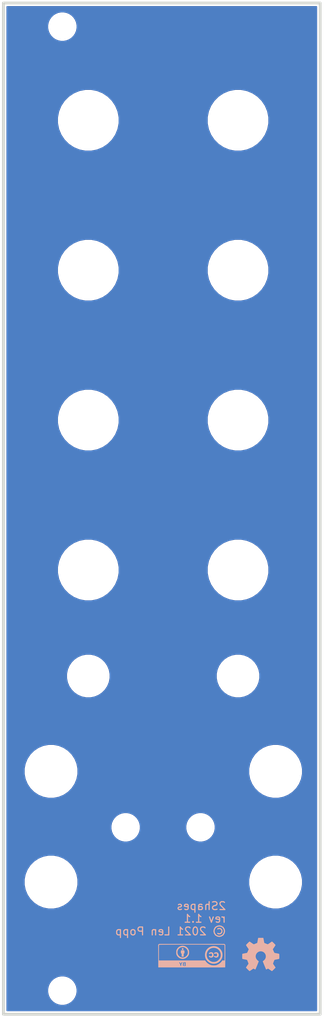
<source format=kicad_pcb>
(kicad_pcb (version 20171130) (host pcbnew "(5.1.10)-1")

  (general
    (thickness 1.6)
    (drawings 5)
    (tracks 0)
    (zones 0)
    (modules 20)
    (nets 1)
  )

  (page A4)
  (title_block
    (title "Eurorack Dual Envelope Module - Front Panel")
    (date 2021-12-12)
    (rev 1.1)
    (company "Len Popp")
    (comment 1 "Copyright © 2021 Len Popp CC BY")
    (comment 2 "Front panel for Eurorack digital ADSR envelope module")
    (comment 3 "NOTE: Holes only. No pads or tracks.")
  )

  (layers
    (0 F.Cu signal)
    (31 B.Cu signal)
    (32 B.Adhes user)
    (33 F.Adhes user)
    (34 B.Paste user)
    (35 F.Paste user)
    (36 B.SilkS user)
    (37 F.SilkS user)
    (38 B.Mask user)
    (39 F.Mask user)
    (40 Dwgs.User user)
    (41 Cmts.User user)
    (42 Eco1.User user)
    (43 Eco2.User user)
    (44 Edge.Cuts user)
    (45 Margin user)
    (46 B.CrtYd user)
    (47 F.CrtYd user)
    (48 B.Fab user)
    (49 F.Fab user)
  )

  (setup
    (last_trace_width 0.1524)
    (trace_clearance 0.1524)
    (zone_clearance 0.2032)
    (zone_45_only no)
    (trace_min 0.1524)
    (via_size 0.508)
    (via_drill 0.254)
    (via_min_size 0.508)
    (via_min_drill 0.254)
    (uvia_size 0.3)
    (uvia_drill 0.1)
    (uvias_allowed no)
    (uvia_min_size 0.2)
    (uvia_min_drill 0.1)
    (edge_width 0.05)
    (segment_width 0.2)
    (pcb_text_width 0.3)
    (pcb_text_size 1.5 1.5)
    (mod_edge_width 0.12)
    (mod_text_size 1 1)
    (mod_text_width 0.15)
    (pad_size 6.3 6.3)
    (pad_drill 6.3)
    (pad_to_mask_clearance 0.0508)
    (aux_axis_origin 0 0)
    (visible_elements 7FF9FFFF)
    (pcbplotparams
      (layerselection 0x010f0_ffffffff)
      (usegerberextensions true)
      (usegerberattributes false)
      (usegerberadvancedattributes false)
      (creategerberjobfile false)
      (excludeedgelayer true)
      (linewidth 0.100000)
      (plotframeref false)
      (viasonmask false)
      (mode 1)
      (useauxorigin false)
      (hpglpennumber 1)
      (hpglpenspeed 20)
      (hpglpendiameter 15.000000)
      (psnegative false)
      (psa4output false)
      (plotreference true)
      (plotvalue true)
      (plotinvisibletext false)
      (padsonsilk false)
      (subtractmaskfromsilk false)
      (outputformat 1)
      (mirror false)
      (drillshape 0)
      (scaleselection 1)
      (outputdirectory "../gerbers/panel/"))
  )

  (net 0 "")

  (net_class Default "This is the default net class."
    (clearance 0.1524)
    (trace_width 0.1524)
    (via_dia 0.508)
    (via_drill 0.254)
    (uvia_dia 0.3)
    (uvia_drill 0.1)
  )

  (module -lmp-misc:Logo_CC_BY (layer B.Cu) (tedit 0) (tstamp 61B6819D)
    (at 148.971 146.05 180)
    (fp_text reference G*** (at 0 0) (layer B.SilkS) hide
      (effects (font (size 1.524 1.524) (thickness 0.3)) (justify mirror))
    )
    (fp_text value LOGO (at 0.75 0) (layer B.SilkS) hide
      (effects (font (size 1.524 1.524) (thickness 0.3)) (justify mirror))
    )
    (fp_poly (pts (xy 1.198591 0.946718) (xy 1.24453 0.917911) (xy 1.27384 0.871061) (xy 1.277828 0.813909)
      (xy 1.259491 0.769726) (xy 1.210366 0.728824) (xy 1.146002 0.723246) (xy 1.095375 0.742529)
      (xy 1.066734 0.780694) (xy 1.059449 0.837345) (xy 1.073909 0.894193) (xy 1.091595 0.919238)
      (xy 1.144715 0.94974) (xy 1.198591 0.946718)) (layer B.SilkS) (width 0.01))
    (fp_poly (pts (xy 1.265371 0.674893) (xy 1.332164 0.667029) (xy 1.368521 0.652922) (xy 1.374168 0.64759)
      (xy 1.387404 0.607674) (xy 1.393405 0.532293) (xy 1.392634 0.451798) (xy 1.388574 0.368274)
      (xy 1.382243 0.318048) (xy 1.370829 0.292085) (xy 1.351516 0.281354) (xy 1.338791 0.278986)
      (xy 1.316623 0.273497) (xy 1.302673 0.259195) (xy 1.295045 0.227858) (xy 1.291842 0.171267)
      (xy 1.291168 0.081201) (xy 1.291166 0.072611) (xy 1.291166 -0.127) (xy 1.037166 -0.127)
      (xy 1.037166 0.072611) (xy 1.036608 0.165606) (xy 1.033668 0.224491) (xy 1.02645 0.257486)
      (xy 1.013056 0.272812) (xy 0.991591 0.278688) (xy 0.989541 0.278986) (xy 0.964679 0.286104)
      (xy 0.949697 0.304969) (xy 0.941426 0.345002) (xy 0.936694 0.415619) (xy 0.935704 0.438879)
      (xy 0.933742 0.541942) (xy 0.942403 0.610052) (xy 0.96854 0.650424) (xy 1.01901 0.670269)
      (xy 1.100668 0.676801) (xy 1.162319 0.677333) (xy 1.265371 0.674893)) (layer B.SilkS) (width 0.01))
    (fp_poly (pts (xy -2.39168 0.425061) (xy -2.365422 0.419864) (xy -2.306453 0.398275) (xy -2.24476 0.363217)
      (xy -2.192613 0.323291) (xy -2.162283 0.287101) (xy -2.159 0.275127) (xy -2.176157 0.258362)
      (xy -2.218635 0.2336) (xy -2.231009 0.227502) (xy -2.279889 0.206692) (xy -2.308737 0.20668)
      (xy -2.334969 0.228531) (xy -2.340123 0.234165) (xy -2.393198 0.266129) (xy -2.45973 0.274255)
      (xy -2.512218 0.258537) (xy -2.546037 0.216053) (xy -2.568158 0.147925) (xy -2.574311 0.070185)
      (xy -2.570997 0.037874) (xy -2.542321 -0.039667) (xy -2.492697 -0.087999) (xy -2.430625 -0.10356)
      (xy -2.364608 -0.082791) (xy -2.335818 -0.060589) (xy -2.297118 -0.030981) (xy -2.260723 -0.028782)
      (xy -2.223329 -0.04199) (xy -2.176133 -0.065406) (xy -2.163143 -0.089267) (xy -2.183198 -0.124379)
      (xy -2.211106 -0.155875) (xy -2.296435 -0.218831) (xy -2.399927 -0.251253) (xy -2.508693 -0.251377)
      (xy -2.609839 -0.217439) (xy -2.619569 -0.211781) (xy -2.700833 -0.14597) (xy -2.749326 -0.06404)
      (xy -2.768556 0.041501) (xy -2.76827 0.105949) (xy -2.745638 0.232547) (xy -2.693649 0.330106)
      (xy -2.615317 0.396277) (xy -2.513656 0.428712) (xy -2.39168 0.425061)) (layer B.SilkS) (width 0.01))
    (fp_poly (pts (xy -3.02103 0.424598) (xy -2.91672 0.387702) (xy -2.880305 0.364287) (xy -2.831233 0.316441)
      (xy -2.82357 0.27634) (xy -2.857298 0.243) (xy -2.878228 0.233015) (xy -2.927801 0.217368)
      (xy -2.96114 0.224786) (xy -2.981416 0.240625) (xy -3.034554 0.267504) (xy -3.099006 0.273562)
      (xy -3.155714 0.258594) (xy -3.175583 0.242714) (xy -3.193774 0.202761) (xy -3.208244 0.139832)
      (xy -3.212007 0.110423) (xy -3.207041 0.017637) (xy -3.176589 -0.051636) (xy -3.126708 -0.092927)
      (xy -3.063452 -0.101769) (xy -2.992878 -0.073694) (xy -2.977533 -0.062563) (xy -2.937359 -0.035025)
      (xy -2.905035 -0.032112) (xy -2.858844 -0.052225) (xy -2.856122 -0.053629) (xy -2.789721 -0.087967)
      (xy -2.839486 -0.141245) (xy -2.933756 -0.213414) (xy -3.043435 -0.250287) (xy -3.158803 -0.250035)
      (xy -3.254244 -0.219188) (xy -3.333304 -0.158345) (xy -3.387757 -0.072069) (xy -3.416357 0.029772)
      (xy -3.417861 0.13731) (xy -3.391023 0.240675) (xy -3.334599 0.329998) (xy -3.324795 0.340295)
      (xy -3.236756 0.400263) (xy -3.131605 0.428574) (xy -3.02103 0.424598)) (layer B.SilkS) (width 0.01))
    (fp_poly (pts (xy 1.377307 1.219627) (xy 1.537281 1.160105) (xy 1.682469 1.068615) (xy 1.807111 0.946685)
      (xy 1.905443 0.795844) (xy 1.909413 0.787882) (xy 1.940321 0.722465) (xy 1.960425 0.668687)
      (xy 1.972035 0.614111) (xy 1.977464 0.5463) (xy 1.979023 0.452817) (xy 1.979083 0.413084)
      (xy 1.977975 0.304751) (xy 1.973402 0.226714) (xy 1.963487 0.166965) (xy 1.946354 0.113498)
      (xy 1.924445 0.06345) (xy 1.831411 -0.086953) (xy 1.708237 -0.212584) (xy 1.561218 -0.310224)
      (xy 1.396648 -0.376655) (xy 1.220825 -0.408659) (xy 1.040042 -0.403016) (xy 1.018548 -0.399695)
      (xy 0.861591 -0.353137) (xy 0.711567 -0.270809) (xy 0.576827 -0.159249) (xy 0.465722 -0.024998)
      (xy 0.405977 0.080051) (xy 0.378882 0.143162) (xy 0.361991 0.200848) (xy 0.352996 0.266663)
      (xy 0.349584 0.354157) (xy 0.349386 0.38893) (xy 0.500593 0.38893) (xy 0.510606 0.302508)
      (xy 0.536592 0.193771) (xy 0.574165 0.106276) (xy 0.63213 0.022779) (xy 0.683322 -0.035796)
      (xy 0.81069 -0.145244) (xy 0.953839 -0.216764) (xy 1.108269 -0.249085) (xy 1.269476 -0.24094)
      (xy 1.34649 -0.222717) (xy 1.49922 -0.157615) (xy 1.625396 -0.064388) (xy 1.723417 0.051265)
      (xy 1.791679 0.183645) (xy 1.828583 0.327053) (xy 1.832525 0.475789) (xy 1.801903 0.624155)
      (xy 1.735117 0.766451) (xy 1.654299 0.872386) (xy 1.547984 0.968323) (xy 1.43207 1.031456)
      (xy 1.296278 1.066311) (xy 1.191868 1.075973) (xy 1.097105 1.078188) (xy 1.028028 1.072995)
      (xy 0.96827 1.05784) (xy 0.902986 1.030864) (xy 0.760552 0.944352) (xy 0.645883 0.830942)
      (xy 0.562193 0.696593) (xy 0.512692 0.547269) (xy 0.500593 0.38893) (xy 0.349386 0.38893)
      (xy 0.34925 0.41275) (xy 0.350641 0.516588) (xy 0.356385 0.591778) (xy 0.368837 0.651959)
      (xy 0.39035 0.710769) (xy 0.407119 0.747943) (xy 0.489615 0.895944) (xy 0.586193 1.012456)
      (xy 0.704778 1.107466) (xy 0.866283 1.1911) (xy 1.036047 1.236653) (xy 1.208308 1.245652)
      (xy 1.377307 1.219627)) (layer B.SilkS) (width 0.01))
    (fp_poly (pts (xy -2.563057 1.182731) (xy -2.361828 1.123237) (xy -2.176836 1.028043) (xy -2.012387 0.898954)
      (xy -1.872787 0.737776) (xy -1.851627 0.706999) (xy -1.760969 0.533924) (xy -1.702324 0.341508)
      (xy -1.676332 0.138827) (xy -1.683633 -0.065038) (xy -1.724866 -0.261008) (xy -1.774419 -0.38896)
      (xy -1.88282 -0.569588) (xy -2.02332 -0.726553) (xy -2.190308 -0.855437) (xy -2.378175 -0.951818)
      (xy -2.558393 -1.006682) (xy -2.661676 -1.025313) (xy -2.752778 -1.032549) (xy -2.849774 -1.028779)
      (xy -2.963334 -1.015429) (xy -3.161479 -0.968309) (xy -3.342295 -0.883698) (xy -3.50892 -0.760016)
      (xy -3.553297 -0.718328) (xy -3.700506 -0.54945) (xy -3.806929 -0.371404) (xy -3.873687 -0.181037)
      (xy -3.901084 0.018874) (xy -3.687783 0.018874) (xy -3.657491 -0.157882) (xy -3.6048 -0.296334)
      (xy -3.539895 -0.400636) (xy -3.448266 -0.509609) (xy -3.342045 -0.611122) (xy -3.233365 -0.693046)
      (xy -3.174437 -0.726586) (xy -3.01123 -0.784497) (xy -2.833345 -0.810389) (xy -2.655039 -0.803099)
      (xy -2.54 -0.778349) (xy -2.383548 -0.714064) (xy -2.23681 -0.620867) (xy -2.110085 -0.506773)
      (xy -2.013669 -0.379796) (xy -2.002272 -0.359795) (xy -1.926639 -0.181924) (xy -1.889736 -0.003553)
      (xy -1.888625 0.171489) (xy -1.920364 0.339374) (xy -1.982014 0.496271) (xy -2.070635 0.638352)
      (xy -2.183288 0.761788) (xy -2.317032 0.862749) (xy -2.468928 0.937407) (xy -2.636035 0.981932)
      (xy -2.815414 0.992496) (xy -3.004125 0.965269) (xy -3.017095 0.961982) (xy -3.18983 0.896576)
      (xy -3.341128 0.799061) (xy -3.468467 0.674837) (xy -3.569325 0.529307) (xy -3.641178 0.367869)
      (xy -3.681505 0.195924) (xy -3.687783 0.018874) (xy -3.901084 0.018874) (xy -3.901897 0.024804)
      (xy -3.89365 0.240822) (xy -3.851504 0.433215) (xy -3.772288 0.615301) (xy -3.660959 0.781846)
      (xy -3.522476 0.927617) (xy -3.361796 1.047378) (xy -3.183877 1.135898) (xy -2.996996 1.187388)
      (xy -2.776215 1.204716) (xy -2.563057 1.182731)) (layer B.SilkS) (width 0.01))
    (fp_poly (pts (xy 1.008624 -0.933911) (xy 1.031746 -0.945922) (xy 1.03403 -0.973783) (xy 1.033347 -0.978959)
      (xy 1.019822 -1.01226) (xy 0.983682 -1.028491) (xy 0.947208 -1.033153) (xy 0.895209 -1.034637)
      (xy 0.872834 -1.022459) (xy 0.867847 -0.98928) (xy 0.867833 -0.985528) (xy 0.872155 -0.95086)
      (xy 0.893029 -0.935299) (xy 0.942319 -0.931379) (xy 0.953972 -0.931334) (xy 1.008624 -0.933911)) (layer B.SilkS) (width 0.01))
    (fp_poly (pts (xy 1.007728 -1.10891) (xy 1.049387 -1.134554) (xy 1.058333 -1.165687) (xy 1.039922 -1.20516)
      (xy 0.995527 -1.235496) (xy 0.941409 -1.250332) (xy 0.893826 -1.243305) (xy 0.881944 -1.234722)
      (xy 0.871604 -1.205116) (xy 0.867833 -1.160639) (xy 0.873749 -1.117666) (xy 0.900438 -1.102183)
      (xy 0.929602 -1.100667) (xy 1.007728 -1.10891)) (layer B.SilkS) (width 0.01))
    (fp_poly (pts (xy 4.22386 1.429564) (xy 4.275963 1.377461) (xy 4.270523 -0.057395) (xy 4.265083 -1.49225)
      (xy 0.019454 -1.497593) (xy -0.401443 -1.498054) (xy -0.811056 -1.498365) (xy -1.207377 -1.498531)
      (xy -1.588395 -1.498556) (xy -1.952102 -1.498445) (xy -2.296486 -1.498202) (xy -2.619538 -1.49783)
      (xy -2.919248 -1.497335) (xy -3.193607 -1.496719) (xy -3.440605 -1.495988) (xy -3.658231 -1.495145)
      (xy -3.844477 -1.494195) (xy -3.997332 -1.493142) (xy -4.114786 -1.491989) (xy -4.19483 -1.490742)
      (xy -4.235454 -1.489404) (xy -4.240338 -1.488774) (xy -4.242738 -1.465738) (xy -4.24501 -1.403866)
      (xy -4.24712 -1.306657) (xy -4.249033 -1.17761) (xy -4.250715 -1.020222) (xy -4.252132 -0.837992)
      (xy -4.253248 -0.634417) (xy -4.25403 -0.412996) (xy -4.254443 -0.177227) (xy -4.2545 -0.048427)
      (xy -4.2545 0.366183) (xy -4.169834 0.366183) (xy -4.169834 -0.613834) (xy -4.026959 -0.614379)
      (xy -3.884084 -0.614925) (xy -3.812144 -0.720966) (xy -3.692651 -0.864995) (xy -3.542152 -0.996181)
      (xy -3.371665 -1.106777) (xy -3.192209 -1.189035) (xy -3.108881 -1.21544) (xy -2.997957 -1.235421)
      (xy -2.862492 -1.245246) (xy -2.719048 -1.244881) (xy -2.584188 -1.234297) (xy -2.486239 -1.216626)
      (xy -2.272603 -1.14063) (xy -2.076159 -1.027636) (xy -1.902364 -0.881322) (xy -1.872569 -0.846667)
      (xy 0.783166 -0.846667) (xy 0.783166 -1.312334) (xy 0.917895 -1.312334) (xy 1.004895 -1.308401)
      (xy 1.064225 -1.294438) (xy 1.108395 -1.268464) (xy 1.153631 -1.212561) (xy 1.16015 -1.151895)
      (xy 1.127249 -1.095152) (xy 1.122761 -1.090924) (xy 1.095408 -1.06005) (xy 1.100119 -1.036022)
      (xy 1.112178 -1.022631) (xy 1.140542 -0.973664) (xy 1.127789 -0.922153) (xy 1.100666 -0.889)
      (xy 1.066252 -0.864363) (xy 1.017466 -0.851272) (xy 0.941826 -0.846789) (xy 0.92075 -0.846667)
      (xy 1.185789 -0.846667) (xy 1.270228 -0.984623) (xy 1.319 -1.071602) (xy 1.345387 -1.140404)
      (xy 1.354475 -1.205058) (xy 1.354666 -1.217456) (xy 1.35688 -1.276088) (xy 1.367744 -1.303811)
      (xy 1.393598 -1.311987) (xy 1.407583 -1.312334) (xy 1.440934 -1.308067) (xy 1.456279 -1.287521)
      (xy 1.460461 -1.23908) (xy 1.460563 -1.222375) (xy 1.468744 -1.154833) (xy 1.496329 -1.080912)
      (xy 1.543713 -0.994834) (xy 1.585033 -0.925149) (xy 1.606079 -0.883515) (xy 1.608913 -0.86202)
      (xy 1.595597 -0.852753) (xy 1.581496 -0.849898) (xy 1.555171 -0.849042) (xy 1.530909 -0.860656)
      (xy 1.501095 -0.89146) (xy 1.45812 -0.948175) (xy 1.437195 -0.977303) (xy 1.403307 -1.024763)
      (xy 1.352528 -0.935878) (xy 1.314063 -0.878532) (xy 1.2778 -0.852038) (xy 1.243769 -0.84683)
      (xy 1.185789 -0.846667) (xy 0.92075 -0.846667) (xy 0.783166 -0.846667) (xy -1.872569 -0.846667)
      (xy -1.783802 -0.743422) (xy -1.68774 -0.613834) (xy 4.191 -0.613834) (xy 4.191 0.366183)
      (xy 4.190708 0.611968) (xy 4.18979 0.818065) (xy 4.188178 0.987114) (xy 4.185805 1.121755)
      (xy 4.182605 1.224631) (xy 4.178511 1.298382) (xy 4.173457 1.345649) (xy 4.167375 1.369072)
      (xy 4.165599 1.3716) (xy 4.141594 1.374757) (xy 4.07774 1.377723) (xy 3.97652 1.380499)
      (xy 3.840418 1.383084) (xy 3.671917 1.385478) (xy 3.473502 1.387681) (xy 3.247656 1.389693)
      (xy 2.996862 1.391514) (xy 2.723604 1.393145) (xy 2.430367 1.394585) (xy 2.119632 1.395834)
      (xy 1.793885 1.396892) (xy 1.455608 1.397759) (xy 1.107285 1.398435) (xy 0.751401 1.398921)
      (xy 0.390438 1.399216) (xy 0.02688 1.39932) (xy -0.336789 1.399233) (xy -0.698086 1.398955)
      (xy -1.054526 1.398487) (xy -1.403627 1.397827) (xy -1.742905 1.396977) (xy -2.069875 1.395936)
      (xy -2.382055 1.394704) (xy -2.676961 1.393282) (xy -2.952109 1.391668) (xy -3.205015 1.389864)
      (xy -3.433196 1.387869) (xy -3.634169 1.385683) (xy -3.805449 1.383306) (xy -3.944553 1.380738)
      (xy -4.048998 1.37798) (xy -4.116299 1.37503) (xy -4.143973 1.37189) (xy -4.144434 1.3716)
      (xy -4.150797 1.353998) (xy -4.156114 1.313246) (xy -4.160454 1.246703) (xy -4.163882 1.151728)
      (xy -4.166465 1.025681) (xy -4.168271 0.865919) (xy -4.169365 0.669804) (xy -4.169814 0.434693)
      (xy -4.169834 0.366183) (xy -4.2545 0.366183) (xy -4.2545 1.377757) (xy -4.202546 1.429712)
      (xy -4.150591 1.481666) (xy 4.171757 1.481666) (xy 4.22386 1.429564)) (layer B.SilkS) (width 0.01))
  )

  (module -lmp-misc:Logo_OSHW (layer B.Cu) (tedit 60F495A1) (tstamp 61B68168)
    (at 157.734 145.923 180)
    (descr "Open Source Hardware logo")
    (tags "Open Source Hardware logo")
    (attr virtual)
    (fp_text reference G*** (at 0 0) (layer B.SilkS) hide
      (effects (font (size 1.524 1.524) (thickness 0.3)) (justify mirror))
    )
    (fp_text value LOGO (at 0.75 0) (layer B.SilkS) hide
      (effects (font (size 1.524 1.524) (thickness 0.3)) (justify mirror))
    )
    (fp_poly (pts (xy 0.332309 2.043907) (xy 0.341381 1.998069) (xy 0.354628 1.929173) (xy 0.370495 1.845389)
      (xy 0.38743 1.75489) (xy 0.393386 1.722796) (xy 0.437401 1.485029) (xy 0.657063 1.393795)
      (xy 0.74497 1.357921) (xy 0.808749 1.333741) (xy 0.853195 1.319859) (xy 0.883107 1.31488)
      (xy 0.903282 1.317408) (xy 0.9098 1.320262) (xy 0.933551 1.334917) (xy 0.978298 1.364246)
      (xy 1.038939 1.404842) (xy 1.110374 1.453296) (xy 1.165969 1.491371) (xy 1.240949 1.542833)
      (xy 1.307718 1.588474) (xy 1.361493 1.625041) (xy 1.397494 1.649281) (xy 1.409956 1.657414)
      (xy 1.427811 1.652955) (xy 1.463227 1.627667) (xy 1.517172 1.58073) (xy 1.590613 1.511323)
      (xy 1.644039 1.458948) (xy 1.711608 1.391108) (xy 1.771268 1.329438) (xy 1.819306 1.277919)
      (xy 1.852008 1.240535) (xy 1.865664 1.221267) (xy 1.865677 1.221226) (xy 1.859691 1.197676)
      (xy 1.835212 1.150604) (xy 1.793183 1.081596) (xy 1.734543 0.992239) (xy 1.697471 0.937781)
      (xy 1.520815 0.68096) (xy 1.619383 0.452127) (xy 1.659348 0.362713) (xy 1.694168 0.291444)
      (xy 1.72197 0.241872) (xy 1.740879 0.217552) (xy 1.744007 0.215831) (xy 1.767564 0.210654)
      (xy 1.816769 0.200917) (xy 1.886021 0.187693) (xy 1.969721 0.172052) (xy 2.047875 0.157689)
      (xy 2.138232 0.140363) (xy 2.217638 0.123538) (xy 2.280838 0.108457) (xy 2.322577 0.096363)
      (xy 2.33735 0.089224) (xy 2.341052 0.068346) (xy 2.344296 0.021045) (xy 2.34688 -0.047351)
      (xy 2.348601 -0.131515) (xy 2.349256 -0.224274) (xy 2.34874 -0.336892) (xy 2.346841 -0.421041)
      (xy 2.343351 -0.479979) (xy 2.33806 -0.516966) (xy 2.330759 -0.535262) (xy 2.329202 -0.536832)
      (xy 2.307564 -0.54503) (xy 2.260103 -0.557343) (xy 2.192292 -0.572534) (xy 2.109605 -0.589367)
      (xy 2.031546 -0.604073) (xy 1.940736 -0.621377) (xy 1.860376 -0.638211) (xy 1.795872 -0.653319)
      (xy 1.752632 -0.665446) (xy 1.736595 -0.672515) (xy 1.722252 -0.695942) (xy 1.700812 -0.741547)
      (xy 1.674629 -0.803127) (xy 1.646056 -0.87448) (xy 1.617445 -0.949405) (xy 1.591149 -1.021699)
      (xy 1.569521 -1.085159) (xy 1.554912 -1.133585) (xy 1.549677 -1.160773) (xy 1.550241 -1.163788)
      (xy 1.562554 -1.182573) (xy 1.589739 -1.222789) (xy 1.628605 -1.279753) (xy 1.675959 -1.348785)
      (xy 1.717281 -1.408788) (xy 1.768237 -1.483332) (xy 1.812217 -1.548959) (xy 1.846284 -1.601179)
      (xy 1.867501 -1.635506) (xy 1.873249 -1.647126) (xy 1.862515 -1.661602) (xy 1.832595 -1.694758)
      (xy 1.786914 -1.742986) (xy 1.728898 -1.802678) (xy 1.661972 -1.870225) (xy 1.652489 -1.879701)
      (xy 1.570583 -1.960422) (xy 1.507752 -2.019804) (xy 1.461587 -2.059887) (xy 1.429677 -2.082708)
      (xy 1.409614 -2.090306) (xy 1.404428 -2.089563) (xy 1.382638 -2.077373) (xy 1.339761 -2.050325)
      (xy 1.280786 -2.011678) (xy 1.210703 -1.964685) (xy 1.15767 -1.928544) (xy 1.084231 -1.878624)
      (xy 1.019809 -1.835701) (xy 0.968968 -1.802746) (xy 0.936274 -1.782731) (xy 0.926456 -1.778)
      (xy 0.907758 -1.784814) (xy 0.868466 -1.802925) (xy 0.816075 -1.82883) (xy 0.799669 -1.837215)
      (xy 0.745513 -1.863547) (xy 0.702661 -1.881495) (xy 0.678317 -1.888138) (xy 0.675671 -1.887463)
      (xy 0.666195 -1.869527) (xy 0.646683 -1.826283) (xy 0.61885 -1.761921) (xy 0.584411 -1.680627)
      (xy 0.545081 -1.586591) (xy 0.502576 -1.484001) (xy 0.458609 -1.377043) (xy 0.414897 -1.269908)
      (xy 0.373154 -1.166782) (xy 0.335095 -1.071855) (xy 0.302436 -0.989313) (xy 0.276891 -0.923346)
      (xy 0.260175 -0.878141) (xy 0.254004 -0.857887) (xy 0.254 -0.857727) (xy 0.267057 -0.831175)
      (xy 0.291181 -0.813655) (xy 0.320082 -0.795098) (xy 0.363545 -0.760996) (xy 0.413339 -0.717903)
      (xy 0.425838 -0.706469) (xy 0.521321 -0.598253) (xy 0.589436 -0.478327) (xy 0.630082 -0.350658)
      (xy 0.64316 -0.219214) (xy 0.628567 -0.087962) (xy 0.586205 0.039131) (xy 0.515973 0.158097)
      (xy 0.449685 0.234902) (xy 0.34119 0.322392) (xy 0.220313 0.382989) (xy 0.091552 0.416695)
      (xy -0.040598 0.423509) (xy -0.171639 0.403432) (xy -0.297073 0.356462) (xy -0.412405 0.282601)
      (xy -0.465561 0.234902) (xy -0.555494 0.124047) (xy -0.617486 0.002268) (xy -0.651637 -0.126466)
      (xy -0.658048 -0.258188) (xy -0.636819 -0.38893) (xy -0.588051 -0.514725) (xy -0.511844 -0.631606)
      (xy -0.441714 -0.706469) (xy -0.391624 -0.750788) (xy -0.345801 -0.787757) (xy -0.31248 -0.810824)
      (xy -0.307057 -0.813655) (xy -0.278822 -0.836047) (xy -0.269875 -0.857727) (xy -0.275742 -0.877259)
      (xy -0.292199 -0.921853) (xy -0.317531 -0.987321) (xy -0.350023 -1.069475) (xy -0.38796 -1.164127)
      (xy -0.429627 -1.267088) (xy -0.473309 -1.374171) (xy -0.517291 -1.481187) (xy -0.559858 -1.583949)
      (xy -0.599294 -1.678267) (xy -0.633886 -1.759955) (xy -0.661917 -1.824823) (xy -0.681673 -1.868683)
      (xy -0.691439 -1.887349) (xy -0.691547 -1.887463) (xy -0.708781 -1.884865) (xy -0.74673 -1.87007)
      (xy -0.79819 -1.845995) (xy -0.815545 -1.837215) (xy -0.87027 -1.809724) (xy -0.914006 -1.789018)
      (xy -0.939274 -1.778598) (xy -0.942068 -1.778) (xy -0.958281 -1.786545) (xy -0.99619 -1.81026)
      (xy -1.051371 -1.846265) (xy -1.119398 -1.891677) (xy -1.185816 -1.93675) (xy -1.261905 -1.988112)
      (xy -1.329536 -2.03255) (xy -1.38415 -2.067164) (xy -1.42119 -2.089057) (xy -1.43553 -2.0955)
      (xy -1.45167 -2.084739) (xy -1.486309 -2.054764) (xy -1.535721 -2.00903) (xy -1.59618 -1.950995)
      (xy -1.663958 -1.884116) (xy -1.671057 -1.877013) (xy -1.738416 -1.808944) (xy -1.797325 -1.748305)
      (xy -1.844348 -1.698724) (xy -1.87605 -1.66383) (xy -1.888994 -1.647251) (xy -1.889125 -1.646708)
      (xy -1.880529 -1.630386) (xy -1.856698 -1.592506) (xy -1.820567 -1.537547) (xy -1.775072 -1.469987)
      (xy -1.733157 -1.408788) (xy -1.681353 -1.333531) (xy -1.635515 -1.266643) (xy -1.598836 -1.212805)
      (xy -1.574507 -1.176699) (xy -1.566117 -1.163788) (xy -1.568212 -1.143868) (xy -1.580361 -1.100924)
      (xy -1.600208 -1.04116) (xy -1.625402 -0.970779) (xy -1.653588 -0.895982) (xy -1.682414 -0.822973)
      (xy -1.709526 -0.757956) (xy -1.732571 -0.707131) (xy -1.749196 -0.676703) (xy -1.752471 -0.672589)
      (xy -1.773188 -0.664012) (xy -1.819798 -0.651325) (xy -1.886901 -0.635788) (xy -1.969098 -0.618661)
      (xy -2.047875 -0.603599) (xy -2.138935 -0.586192) (xy -2.219747 -0.56945) (xy -2.28486 -0.554608)
      (xy -2.328819 -0.542897) (xy -2.345532 -0.536285) (xy -2.353122 -0.52039) (xy -2.35869 -0.484937)
      (xy -2.362422 -0.426925) (xy -2.364508 -0.343353) (xy -2.365136 -0.23122) (xy -2.365132 -0.224274)
      (xy -2.364454 -0.129816) (xy -2.362715 -0.045899) (xy -2.360116 0.022149) (xy -2.356862 0.069001)
      (xy -2.353226 0.089224) (xy -2.334501 0.097698) (xy -2.28973 0.110242) (xy -2.224168 0.125615)
      (xy -2.143071 0.142573) (xy -2.06375 0.157689) (xy -1.972185 0.174539) (xy -1.890317 0.189882)
      (xy -1.823748 0.202646) (xy -1.778075 0.211759) (xy -1.759883 0.215831) (xy -1.743498 0.23326)
      (xy -1.717751 0.276831) (xy -1.684515 0.342991) (xy -1.645665 0.428188) (xy -1.635259 0.452127)
      (xy -1.536691 0.68096) (xy -1.713347 0.937781) (xy -1.780321 1.037176) (xy -1.831178 1.117053)
      (xy -1.864977 1.175825) (xy -1.880778 1.211907) (xy -1.881553 1.221226) (xy -1.867997 1.240398)
      (xy -1.835375 1.277706) (xy -1.787401 1.329167) (xy -1.727787 1.390799) (xy -1.660247 1.458619)
      (xy -1.659915 1.458948) (xy -1.573506 1.542945) (xy -1.507347 1.603693) (xy -1.460731 1.641791)
      (xy -1.432952 1.657841) (xy -1.425832 1.657743) (xy -1.406307 1.644973) (xy -1.365455 1.617396)
      (xy -1.30806 1.57827) (xy -1.238906 1.530853) (xy -1.182688 1.492145) (xy -1.106717 1.440046)
      (xy -1.037755 1.393314) (xy -0.980931 1.355382) (xy -0.941376 1.329681) (xy -0.92652 1.320706)
      (xy -0.909039 1.315224) (xy -0.884577 1.316423) (xy -0.848256 1.32571) (xy -0.7952 1.344489)
      (xy -0.720531 1.374168) (xy -0.672939 1.393795) (xy -0.453277 1.485029) (xy -0.409262 1.722796)
      (xy -0.392321 1.813715) (xy -0.375898 1.900809) (xy -0.361547 1.975906) (xy -0.35082 2.030837)
      (xy -0.348185 2.043907) (xy -0.331124 2.12725) (xy 0.315248 2.12725) (xy 0.332309 2.043907)) (layer B.SilkS) (width 0.01))
  )

  (module -lmp-holes:MountingHole_LED_5mm_smol (layer F.Cu) (tedit 61A54BC9) (tstamp 61B4F532)
    (at 150.075 129.7468)
    (descr "Mounting Hole for LED, 5mm, undersize")
    (tags "Mounting Hole for LED 5mm undersize")
    (attr virtual)
    (fp_text reference REF** (at 0 0) (layer F.SilkS) hide
      (effects (font (size 1 1) (thickness 0.15)))
    )
    (fp_text value MountingHole_LED_5mm_smol (at 0 0.009) (layer F.Fab)
      (effects (font (size 1 1) (thickness 0.15)))
    )
    (fp_text user %R (at 0.3 0) (layer F.Fab)
      (effects (font (size 1 1) (thickness 0.15)))
    )
    (pad 1 np_thru_hole circle (at 0 0) (size 3.2 3.2) (drill 3.2) (layers *.Cu *.Mask))
  )

  (module -lmp-holes:MountingHole_LED_5mm_smol (layer F.Cu) (tedit 61A54BC9) (tstamp 61B4F4E7)
    (at 140.55 129.7468)
    (descr "Mounting Hole for LED, 5mm, undersize")
    (tags "Mounting Hole for LED 5mm undersize")
    (attr virtual)
    (fp_text reference REF** (at 0 0) (layer F.SilkS) hide
      (effects (font (size 1 1) (thickness 0.15)))
    )
    (fp_text value MountingHole_LED_5mm_smol (at 0 0.009) (layer F.Fab)
      (effects (font (size 1 1) (thickness 0.15)))
    )
    (fp_text user %R (at 0.3 0) (layer F.Fab)
      (effects (font (size 1 1) (thickness 0.15)))
    )
    (pad 1 np_thru_hole circle (at 0 0) (size 3.2 3.2) (drill 3.2) (layers *.Cu *.Mask))
  )

  (module -lmp-holes:MountingHole_Jack_3.5mm_PJ398 (layer F.Cu) (tedit 61A536EF) (tstamp 61B4F523)
    (at 159.63 136.7064)
    (descr "Mounting Hole for PJ398 3.5mm Jack")
    (tags "mounting hole jack 3.5mm pj398")
    (attr virtual)
    (fp_text reference REF** (at 0 0) (layer F.SilkS) hide
      (effects (font (size 1 1) (thickness 0.15)))
    )
    (fp_text value MountingHole_Jack_3.5mm_PJ398 (at 0 0.009) (layer F.Fab)
      (effects (font (size 1 1) (thickness 0.15)))
    )
    (fp_text user %R (at 0.3 0) (layer F.Fab)
      (effects (font (size 1 1) (thickness 0.15)))
    )
    (pad "" np_thru_hole circle (at 0 0) (size 6.3 6.3) (drill 6.3) (layers *.Cu *.Mask))
  )

  (module -lmp-holes:MountingHole_Jack_3.5mm_PJ398 (layer F.Cu) (tedit 61A536EF) (tstamp 61B4F4AB)
    (at 131.06 136.7064)
    (descr "Mounting Hole for PJ398 3.5mm Jack")
    (tags "mounting hole jack 3.5mm pj398")
    (attr virtual)
    (fp_text reference REF** (at 0 0) (layer F.SilkS) hide
      (effects (font (size 1 1) (thickness 0.15)))
    )
    (fp_text value MountingHole_Jack_3.5mm_PJ398 (at 0 0.009) (layer F.Fab)
      (effects (font (size 1 1) (thickness 0.15)))
    )
    (fp_text user %R (at 0.3 0) (layer F.Fab)
      (effects (font (size 1 1) (thickness 0.15)))
    )
    (pad "" np_thru_hole circle (at 0 0) (size 6.3 6.3) (drill 6.3) (layers *.Cu *.Mask))
  )

  (module -lmp-holes:MountingHole_Jack_3.5mm_PJ398 (layer F.Cu) (tedit 61A536EF) (tstamp 61B4F49C)
    (at 159.63 122.6348)
    (descr "Mounting Hole for PJ398 3.5mm Jack")
    (tags "mounting hole jack 3.5mm pj398")
    (attr virtual)
    (fp_text reference REF** (at 0 0) (layer F.SilkS) hide
      (effects (font (size 1 1) (thickness 0.15)))
    )
    (fp_text value MountingHole_Jack_3.5mm_PJ398 (at 0 0.009) (layer F.Fab)
      (effects (font (size 1 1) (thickness 0.15)))
    )
    (fp_text user %R (at 0.3 0) (layer F.Fab)
      (effects (font (size 1 1) (thickness 0.15)))
    )
    (pad "" np_thru_hole circle (at 0 0) (size 6.3 6.3) (drill 6.3) (layers *.Cu *.Mask))
  )

  (module -lmp-holes:MountingHole_Jack_3.5mm_PJ398 (layer F.Cu) (tedit 61A536EF) (tstamp 61B4F505)
    (at 131.06 122.6348)
    (descr "Mounting Hole for PJ398 3.5mm Jack")
    (tags "mounting hole jack 3.5mm pj398")
    (attr virtual)
    (fp_text reference REF** (at 0 0) (layer F.SilkS) hide
      (effects (font (size 1 1) (thickness 0.15)))
    )
    (fp_text value MountingHole_Jack_3.5mm_PJ398 (at 0 0.009) (layer F.Fab)
      (effects (font (size 1 1) (thickness 0.15)))
    )
    (fp_text user %R (at 0.3 0) (layer F.Fab)
      (effects (font (size 1 1) (thickness 0.15)))
    )
    (pad "" np_thru_hole circle (at 0 0) (size 6.3 6.3) (drill 6.3) (layers *.Cu *.Mask))
  )

  (module -lmp-holes:MountingHole_SW_Toggle_5mm (layer F.Cu) (tedit 61A53582) (tstamp 61B4F4D8)
    (at 154.85 110.52)
    (descr "Mounting Hole for Toggle Switch, 5mm")
    (tags "mounting hole toggle switch 5mm")
    (attr virtual)
    (fp_text reference REF** (at 0 0) (layer F.SilkS) hide
      (effects (font (size 1 1) (thickness 0.15)))
    )
    (fp_text value MountingHole_SW_Toggle_5mm (at 0 0.009) (layer F.Fab)
      (effects (font (size 1 1) (thickness 0.15)))
    )
    (fp_text user %R (at 0.3 0) (layer F.Fab)
      (effects (font (size 1 1) (thickness 0.15)))
    )
    (pad "" np_thru_hole circle (at 0 0) (size 5 5) (drill 5) (layers *.Cu *.Mask))
  )

  (module -lmp-holes:MountingHole_SW_Toggle_5mm (layer F.Cu) (tedit 61A53582) (tstamp 61B4F514)
    (at 135.8 110.52)
    (descr "Mounting Hole for Toggle Switch, 5mm")
    (tags "mounting hole toggle switch 5mm")
    (attr virtual)
    (fp_text reference REF** (at 0 0) (layer F.SilkS) hide
      (effects (font (size 1 1) (thickness 0.15)))
    )
    (fp_text value MountingHole_SW_Toggle_5mm (at 0 0.009) (layer F.Fab)
      (effects (font (size 1 1) (thickness 0.15)))
    )
    (fp_text user %R (at 0.3 0) (layer F.Fab)
      (effects (font (size 1 1) (thickness 0.15)))
    )
    (pad "" np_thru_hole circle (at 0 0) (size 5 5) (drill 5) (layers *.Cu *.Mask))
  )

  (module -lmp-holes:MountingHole_Pot_Alpha (layer F.Cu) (tedit 61A531EB) (tstamp 61B4F4F6)
    (at 154.85 97.05)
    (descr "Mounting Hole for Alpha RD901F potentiometer")
    (tags "mounting hole Alpha RD901F potentiometer")
    (attr virtual)
    (fp_text reference REF** (at 0 0) (layer F.SilkS) hide
      (effects (font (size 1 1) (thickness 0.15)))
    )
    (fp_text value MountingHole_Pot_Alpha (at 0 0.009) (layer F.Fab)
      (effects (font (size 1 1) (thickness 0.15)))
    )
    (fp_text user %R (at 0.3 0) (layer F.Fab)
      (effects (font (size 1 1) (thickness 0.15)))
    )
    (pad "" np_thru_hole circle (at 0 0) (size 7.3 7.3) (drill 7.3) (layers *.Cu *.Mask))
  )

  (module -lmp-holes:MountingHole_Pot_Alpha (layer F.Cu) (tedit 61A531EB) (tstamp 61B4F47E)
    (at 135.8 97.05)
    (descr "Mounting Hole for Alpha RD901F potentiometer")
    (tags "mounting hole Alpha RD901F potentiometer")
    (attr virtual)
    (fp_text reference REF** (at 0 0) (layer F.SilkS) hide
      (effects (font (size 1 1) (thickness 0.15)))
    )
    (fp_text value MountingHole_Pot_Alpha (at 0 0.009) (layer F.Fab)
      (effects (font (size 1 1) (thickness 0.15)))
    )
    (fp_text user %R (at 0.3 0) (layer F.Fab)
      (effects (font (size 1 1) (thickness 0.15)))
    )
    (pad "" np_thru_hole circle (at 0 0) (size 7.3 7.3) (drill 7.3) (layers *.Cu *.Mask))
  )

  (module -lmp-holes:MountingHole_Pot_Alpha (layer F.Cu) (tedit 61A531EB) (tstamp 61B4F4C9)
    (at 154.85 78)
    (descr "Mounting Hole for Alpha RD901F potentiometer")
    (tags "mounting hole Alpha RD901F potentiometer")
    (attr virtual)
    (fp_text reference REF** (at 0 0) (layer F.SilkS) hide
      (effects (font (size 1 1) (thickness 0.15)))
    )
    (fp_text value MountingHole_Pot_Alpha (at 0 0.009) (layer F.Fab)
      (effects (font (size 1 1) (thickness 0.15)))
    )
    (fp_text user %R (at 0.3 0) (layer F.Fab)
      (effects (font (size 1 1) (thickness 0.15)))
    )
    (pad "" np_thru_hole circle (at 0 0) (size 7.3 7.3) (drill 7.3) (layers *.Cu *.Mask))
  )

  (module -lmp-holes:MountingHole_Pot_Alpha (layer F.Cu) (tedit 61A531EB) (tstamp 61B4F4BA)
    (at 135.8 78)
    (descr "Mounting Hole for Alpha RD901F potentiometer")
    (tags "mounting hole Alpha RD901F potentiometer")
    (attr virtual)
    (fp_text reference REF** (at 0 0) (layer F.SilkS) hide
      (effects (font (size 1 1) (thickness 0.15)))
    )
    (fp_text value MountingHole_Pot_Alpha (at 0 0.009) (layer F.Fab)
      (effects (font (size 1 1) (thickness 0.15)))
    )
    (fp_text user %R (at 0.3 0) (layer F.Fab)
      (effects (font (size 1 1) (thickness 0.15)))
    )
    (pad "" np_thru_hole circle (at 0 0) (size 7.3 7.3) (drill 7.3) (layers *.Cu *.Mask))
  )

  (module -lmp-holes:MountingHole_Pot_Alpha (layer F.Cu) (tedit 61A531EB) (tstamp 61B4F48D)
    (at 154.85 58.95)
    (descr "Mounting Hole for Alpha RD901F potentiometer")
    (tags "mounting hole Alpha RD901F potentiometer")
    (attr virtual)
    (fp_text reference REF** (at 0 0) (layer F.SilkS) hide
      (effects (font (size 1 1) (thickness 0.15)))
    )
    (fp_text value MountingHole_Pot_Alpha (at 0 0.009) (layer F.Fab)
      (effects (font (size 1 1) (thickness 0.15)))
    )
    (fp_text user %R (at 0.3 0) (layer F.Fab)
      (effects (font (size 1 1) (thickness 0.15)))
    )
    (pad "" np_thru_hole circle (at 0 0) (size 7.3 7.3) (drill 7.3) (layers *.Cu *.Mask))
  )

  (module -lmp-holes:MountingHole_Pot_Alpha (layer F.Cu) (tedit 61A531EB) (tstamp 61B4F56E)
    (at 135.8 58.95)
    (descr "Mounting Hole for Alpha RD901F potentiometer")
    (tags "mounting hole Alpha RD901F potentiometer")
    (attr virtual)
    (fp_text reference REF** (at 0 0) (layer F.SilkS) hide
      (effects (font (size 1 1) (thickness 0.15)))
    )
    (fp_text value MountingHole_Pot_Alpha (at 0 0.009) (layer F.Fab)
      (effects (font (size 1 1) (thickness 0.15)))
    )
    (fp_text user %R (at 0.3 0) (layer F.Fab)
      (effects (font (size 1 1) (thickness 0.15)))
    )
    (pad "" np_thru_hole circle (at 0 0) (size 7.3 7.3) (drill 7.3) (layers *.Cu *.Mask))
  )

  (module -lmp-holes:MountingHole_Pot_Alpha (layer F.Cu) (tedit 61A531EB) (tstamp 61B4F541)
    (at 154.85 39.9)
    (descr "Mounting Hole for Alpha RD901F potentiometer")
    (tags "mounting hole Alpha RD901F potentiometer")
    (attr virtual)
    (fp_text reference REF** (at 0 0) (layer F.SilkS) hide
      (effects (font (size 1 1) (thickness 0.15)))
    )
    (fp_text value MountingHole_Pot_Alpha (at 0 0.009) (layer F.Fab)
      (effects (font (size 1 1) (thickness 0.15)))
    )
    (fp_text user %R (at 0.3 0) (layer F.Fab)
      (effects (font (size 1 1) (thickness 0.15)))
    )
    (pad "" np_thru_hole circle (at 0 0) (size 7.3 7.3) (drill 7.3) (layers *.Cu *.Mask))
  )

  (module -lmp-holes:MountingHole_Pot_Alpha (layer F.Cu) (tedit 61A531EB) (tstamp 61B4F57D)
    (at 135.8 39.9)
    (descr "Mounting Hole for Alpha RD901F potentiometer")
    (tags "mounting hole Alpha RD901F potentiometer")
    (attr virtual)
    (fp_text reference REF** (at 0 0) (layer F.SilkS) hide
      (effects (font (size 1 1) (thickness 0.15)))
    )
    (fp_text value MountingHole_Pot_Alpha (at 0 0.009) (layer F.Fab)
      (effects (font (size 1 1) (thickness 0.15)))
    )
    (fp_text user %R (at 0.3 0) (layer F.Fab)
      (effects (font (size 1 1) (thickness 0.15)))
    )
    (pad "" np_thru_hole circle (at 0 0) (size 7.3 7.3) (drill 7.3) (layers *.Cu *.Mask))
  )

  (module -lmp-holes:MountingHole_Panel_3.2mm_M3 (layer F.Cu) (tedit 61A52F5F) (tstamp 61B4F550)
    (at 132.5 150.5)
    (descr "Mounting Hole 3.2mm, no annular, no clearance, M3")
    (tags "mounting hole 3.2mm m3")
    (attr virtual)
    (fp_text reference REF** (at 0 0) (layer F.SilkS) hide
      (effects (font (size 1 1) (thickness 0.15)))
    )
    (fp_text value MountingHole_Panel_3.2mm_M3 (at 0 0.009) (layer F.Fab)
      (effects (font (size 1 1) (thickness 0.15)))
    )
    (fp_text user %R (at 0.3 0) (layer F.Fab)
      (effects (font (size 1 1) (thickness 0.15)))
    )
    (pad 1 np_thru_hole circle (at 0 0) (size 3.2 3.2) (drill 3.2) (layers *.Cu *.Mask))
  )

  (module -lmp-holes:MountingHole_Panel_3.2mm_M3 (layer F.Cu) (tedit 61A52F5F) (tstamp 61B4F55F)
    (at 132.5 28)
    (descr "Mounting Hole 3.2mm, no annular, no clearance, M3")
    (tags "mounting hole 3.2mm m3")
    (attr virtual)
    (fp_text reference REF** (at 0 0) (layer F.SilkS) hide
      (effects (font (size 1 1) (thickness 0.15)))
    )
    (fp_text value MountingHole_Panel_3.2mm_M3 (at 0 0.009) (layer F.Fab)
      (effects (font (size 1 1) (thickness 0.15)))
    )
    (fp_text user %R (at 0.3 0) (layer F.Fab)
      (effects (font (size 1 1) (thickness 0.15)))
    )
    (pad 1 np_thru_hole circle (at 0 0) (size 3.2 3.2) (drill 3.2) (layers *.Cu *.Mask))
  )

  (gr_text "2Shapes\nrev 1.1\n© 2021 Len Popp" (at 153.416 141.351) (layer B.SilkS)
    (effects (font (size 1 1) (thickness 0.15)) (justify left mirror))
  )
  (gr_line (start 165.3 153.5) (end 125 153.5) (layer Edge.Cuts) (width 0.3556) (tstamp 61B4F58E))
  (gr_line (start 125 153.5) (end 125 25) (layer Edge.Cuts) (width 0.3556) (tstamp 61B4F588))
  (gr_line (start 165.3 25) (end 165.3 153.5) (layer Edge.Cuts) (width 0.3556) (tstamp 61B4F58B))
  (gr_line (start 125 25) (end 165.3 25) (layer Edge.Cuts) (width 0.3556) (tstamp 61B4F591))

  (zone (net 0) (net_name "") (layer B.Cu) (tstamp 61B64792) (hatch edge 0.508)
    (connect_pads (clearance 0.2032))
    (min_thickness 0.2032)
    (fill yes (arc_segments 32) (thermal_gap 0.508) (thermal_bridge_width 0.508))
    (polygon
      (pts
        (xy 166.565 154.616) (xy 124.565 154.616) (xy 124.565 24.616) (xy 166.565 24.616)
      )
    )
    (filled_polygon
      (pts
        (xy 164.817401 153.0174) (xy 125.4826 153.0174) (xy 125.4826 150.312394) (xy 130.5952 150.312394) (xy 130.5952 150.687606)
        (xy 130.6684 151.05561) (xy 130.811988 151.402261) (xy 131.020445 151.71424) (xy 131.28576 151.979555) (xy 131.597739 152.188012)
        (xy 131.94439 152.3316) (xy 132.312394 152.4048) (xy 132.687606 152.4048) (xy 133.05561 152.3316) (xy 133.402261 152.188012)
        (xy 133.71424 151.979555) (xy 133.979555 151.71424) (xy 134.188012 151.402261) (xy 134.3316 151.05561) (xy 134.4048 150.687606)
        (xy 134.4048 150.312394) (xy 134.3316 149.94439) (xy 134.188012 149.597739) (xy 133.979555 149.28576) (xy 133.71424 149.020445)
        (xy 133.402261 148.811988) (xy 133.05561 148.6684) (xy 132.687606 148.5952) (xy 132.312394 148.5952) (xy 131.94439 148.6684)
        (xy 131.597739 148.811988) (xy 131.28576 149.020445) (xy 131.020445 149.28576) (xy 130.811988 149.597739) (xy 130.6684 149.94439)
        (xy 130.5952 150.312394) (xy 125.4826 150.312394) (xy 125.4826 136.366132) (xy 127.6052 136.366132) (xy 127.6052 137.046668)
        (xy 127.737966 137.714128) (xy 127.998396 138.342861) (xy 128.376482 138.908706) (xy 128.857694 139.389918) (xy 129.423539 139.768004)
        (xy 130.052272 140.028434) (xy 130.719732 140.1612) (xy 131.400268 140.1612) (xy 132.067728 140.028434) (xy 132.696461 139.768004)
        (xy 133.262306 139.389918) (xy 133.743518 138.908706) (xy 134.121604 138.342861) (xy 134.382034 137.714128) (xy 134.5148 137.046668)
        (xy 134.5148 136.366132) (xy 156.1752 136.366132) (xy 156.1752 137.046668) (xy 156.307966 137.714128) (xy 156.568396 138.342861)
        (xy 156.946482 138.908706) (xy 157.427694 139.389918) (xy 157.993539 139.768004) (xy 158.622272 140.028434) (xy 159.289732 140.1612)
        (xy 159.970268 140.1612) (xy 160.637728 140.028434) (xy 161.266461 139.768004) (xy 161.832306 139.389918) (xy 162.313518 138.908706)
        (xy 162.691604 138.342861) (xy 162.952034 137.714128) (xy 163.0848 137.046668) (xy 163.0848 136.366132) (xy 162.952034 135.698672)
        (xy 162.691604 135.069939) (xy 162.313518 134.504094) (xy 161.832306 134.022882) (xy 161.266461 133.644796) (xy 160.637728 133.384366)
        (xy 159.970268 133.2516) (xy 159.289732 133.2516) (xy 158.622272 133.384366) (xy 157.993539 133.644796) (xy 157.427694 134.022882)
        (xy 156.946482 134.504094) (xy 156.568396 135.069939) (xy 156.307966 135.698672) (xy 156.1752 136.366132) (xy 134.5148 136.366132)
        (xy 134.382034 135.698672) (xy 134.121604 135.069939) (xy 133.743518 134.504094) (xy 133.262306 134.022882) (xy 132.696461 133.644796)
        (xy 132.067728 133.384366) (xy 131.400268 133.2516) (xy 130.719732 133.2516) (xy 130.052272 133.384366) (xy 129.423539 133.644796)
        (xy 128.857694 134.022882) (xy 128.376482 134.504094) (xy 127.998396 135.069939) (xy 127.737966 135.698672) (xy 127.6052 136.366132)
        (xy 125.4826 136.366132) (xy 125.4826 129.559194) (xy 138.6452 129.559194) (xy 138.6452 129.934406) (xy 138.7184 130.30241)
        (xy 138.861988 130.649061) (xy 139.070445 130.96104) (xy 139.33576 131.226355) (xy 139.647739 131.434812) (xy 139.99439 131.5784)
        (xy 140.362394 131.6516) (xy 140.737606 131.6516) (xy 141.10561 131.5784) (xy 141.452261 131.434812) (xy 141.76424 131.226355)
        (xy 142.029555 130.96104) (xy 142.238012 130.649061) (xy 142.3816 130.30241) (xy 142.4548 129.934406) (xy 142.4548 129.559194)
        (xy 148.1702 129.559194) (xy 148.1702 129.934406) (xy 148.2434 130.30241) (xy 148.386988 130.649061) (xy 148.595445 130.96104)
        (xy 148.86076 131.226355) (xy 149.172739 131.434812) (xy 149.51939 131.5784) (xy 149.887394 131.6516) (xy 150.262606 131.6516)
        (xy 150.63061 131.5784) (xy 150.977261 131.434812) (xy 151.28924 131.226355) (xy 151.554555 130.96104) (xy 151.763012 130.649061)
        (xy 151.9066 130.30241) (xy 151.9798 129.934406) (xy 151.9798 129.559194) (xy 151.9066 129.19119) (xy 151.763012 128.844539)
        (xy 151.554555 128.53256) (xy 151.28924 128.267245) (xy 150.977261 128.058788) (xy 150.63061 127.9152) (xy 150.262606 127.842)
        (xy 149.887394 127.842) (xy 149.51939 127.9152) (xy 149.172739 128.058788) (xy 148.86076 128.267245) (xy 148.595445 128.53256)
        (xy 148.386988 128.844539) (xy 148.2434 129.19119) (xy 148.1702 129.559194) (xy 142.4548 129.559194) (xy 142.3816 129.19119)
        (xy 142.238012 128.844539) (xy 142.029555 128.53256) (xy 141.76424 128.267245) (xy 141.452261 128.058788) (xy 141.10561 127.9152)
        (xy 140.737606 127.842) (xy 140.362394 127.842) (xy 139.99439 127.9152) (xy 139.647739 128.058788) (xy 139.33576 128.267245)
        (xy 139.070445 128.53256) (xy 138.861988 128.844539) (xy 138.7184 129.19119) (xy 138.6452 129.559194) (xy 125.4826 129.559194)
        (xy 125.4826 122.294532) (xy 127.6052 122.294532) (xy 127.6052 122.975068) (xy 127.737966 123.642528) (xy 127.998396 124.271261)
        (xy 128.376482 124.837106) (xy 128.857694 125.318318) (xy 129.423539 125.696404) (xy 130.052272 125.956834) (xy 130.719732 126.0896)
        (xy 131.400268 126.0896) (xy 132.067728 125.956834) (xy 132.696461 125.696404) (xy 133.262306 125.318318) (xy 133.743518 124.837106)
        (xy 134.121604 124.271261) (xy 134.382034 123.642528) (xy 134.5148 122.975068) (xy 134.5148 122.294532) (xy 156.1752 122.294532)
        (xy 156.1752 122.975068) (xy 156.307966 123.642528) (xy 156.568396 124.271261) (xy 156.946482 124.837106) (xy 157.427694 125.318318)
        (xy 157.993539 125.696404) (xy 158.622272 125.956834) (xy 159.289732 126.0896) (xy 159.970268 126.0896) (xy 160.637728 125.956834)
        (xy 161.266461 125.696404) (xy 161.832306 125.318318) (xy 162.313518 124.837106) (xy 162.691604 124.271261) (xy 162.952034 123.642528)
        (xy 163.0848 122.975068) (xy 163.0848 122.294532) (xy 162.952034 121.627072) (xy 162.691604 120.998339) (xy 162.313518 120.432494)
        (xy 161.832306 119.951282) (xy 161.266461 119.573196) (xy 160.637728 119.312766) (xy 159.970268 119.18) (xy 159.289732 119.18)
        (xy 158.622272 119.312766) (xy 157.993539 119.573196) (xy 157.427694 119.951282) (xy 156.946482 120.432494) (xy 156.568396 120.998339)
        (xy 156.307966 121.627072) (xy 156.1752 122.294532) (xy 134.5148 122.294532) (xy 134.382034 121.627072) (xy 134.121604 120.998339)
        (xy 133.743518 120.432494) (xy 133.262306 119.951282) (xy 132.696461 119.573196) (xy 132.067728 119.312766) (xy 131.400268 119.18)
        (xy 130.719732 119.18) (xy 130.052272 119.312766) (xy 129.423539 119.573196) (xy 128.857694 119.951282) (xy 128.376482 120.432494)
        (xy 127.998396 120.998339) (xy 127.737966 121.627072) (xy 127.6052 122.294532) (xy 125.4826 122.294532) (xy 125.4826 110.243751)
        (xy 132.9952 110.243751) (xy 132.9952 110.796249) (xy 133.102987 111.33813) (xy 133.314419 111.848571) (xy 133.62137 112.307956)
        (xy 134.012044 112.69863) (xy 134.471429 113.005581) (xy 134.98187 113.217013) (xy 135.523751 113.3248) (xy 136.076249 113.3248)
        (xy 136.61813 113.217013) (xy 137.128571 113.005581) (xy 137.587956 112.69863) (xy 137.97863 112.307956) (xy 138.285581 111.848571)
        (xy 138.497013 111.33813) (xy 138.6048 110.796249) (xy 138.6048 110.243751) (xy 152.0452 110.243751) (xy 152.0452 110.796249)
        (xy 152.152987 111.33813) (xy 152.364419 111.848571) (xy 152.67137 112.307956) (xy 153.062044 112.69863) (xy 153.521429 113.005581)
        (xy 154.03187 113.217013) (xy 154.573751 113.3248) (xy 155.126249 113.3248) (xy 155.66813 113.217013) (xy 156.178571 113.005581)
        (xy 156.637956 112.69863) (xy 157.02863 112.307956) (xy 157.335581 111.848571) (xy 157.547013 111.33813) (xy 157.6548 110.796249)
        (xy 157.6548 110.243751) (xy 157.547013 109.70187) (xy 157.335581 109.191429) (xy 157.02863 108.732044) (xy 156.637956 108.34137)
        (xy 156.178571 108.034419) (xy 155.66813 107.822987) (xy 155.126249 107.7152) (xy 154.573751 107.7152) (xy 154.03187 107.822987)
        (xy 153.521429 108.034419) (xy 153.062044 108.34137) (xy 152.67137 108.732044) (xy 152.364419 109.191429) (xy 152.152987 109.70187)
        (xy 152.0452 110.243751) (xy 138.6048 110.243751) (xy 138.497013 109.70187) (xy 138.285581 109.191429) (xy 137.97863 108.732044)
        (xy 137.587956 108.34137) (xy 137.128571 108.034419) (xy 136.61813 107.822987) (xy 136.076249 107.7152) (xy 135.523751 107.7152)
        (xy 134.98187 107.822987) (xy 134.471429 108.034419) (xy 134.012044 108.34137) (xy 133.62137 108.732044) (xy 133.314419 109.191429)
        (xy 133.102987 109.70187) (xy 132.9952 110.243751) (xy 125.4826 110.243751) (xy 125.4826 96.660486) (xy 131.8452 96.660486)
        (xy 131.8452 97.439514) (xy 131.99718 98.203573) (xy 132.295301 98.9233) (xy 132.728106 99.571038) (xy 133.278962 100.121894)
        (xy 133.9267 100.554699) (xy 134.646427 100.85282) (xy 135.410486 101.0048) (xy 136.189514 101.0048) (xy 136.953573 100.85282)
        (xy 137.6733 100.554699) (xy 138.321038 100.121894) (xy 138.871894 99.571038) (xy 139.304699 98.9233) (xy 139.60282 98.203573)
        (xy 139.7548 97.439514) (xy 139.7548 96.660486) (xy 150.8952 96.660486) (xy 150.8952 97.439514) (xy 151.04718 98.203573)
        (xy 151.345301 98.9233) (xy 151.778106 99.571038) (xy 152.328962 100.121894) (xy 152.9767 100.554699) (xy 153.696427 100.85282)
        (xy 154.460486 101.0048) (xy 155.239514 101.0048) (xy 156.003573 100.85282) (xy 156.7233 100.554699) (xy 157.371038 100.121894)
        (xy 157.921894 99.571038) (xy 158.354699 98.9233) (xy 158.65282 98.203573) (xy 158.8048 97.439514) (xy 158.8048 96.660486)
        (xy 158.65282 95.896427) (xy 158.354699 95.1767) (xy 157.921894 94.528962) (xy 157.371038 93.978106) (xy 156.7233 93.545301)
        (xy 156.003573 93.24718) (xy 155.239514 93.0952) (xy 154.460486 93.0952) (xy 153.696427 93.24718) (xy 152.9767 93.545301)
        (xy 152.328962 93.978106) (xy 151.778106 94.528962) (xy 151.345301 95.1767) (xy 151.04718 95.896427) (xy 150.8952 96.660486)
        (xy 139.7548 96.660486) (xy 139.60282 95.896427) (xy 139.304699 95.1767) (xy 138.871894 94.528962) (xy 138.321038 93.978106)
        (xy 137.6733 93.545301) (xy 136.953573 93.24718) (xy 136.189514 93.0952) (xy 135.410486 93.0952) (xy 134.646427 93.24718)
        (xy 133.9267 93.545301) (xy 133.278962 93.978106) (xy 132.728106 94.528962) (xy 132.295301 95.1767) (xy 131.99718 95.896427)
        (xy 131.8452 96.660486) (xy 125.4826 96.660486) (xy 125.4826 77.610486) (xy 131.8452 77.610486) (xy 131.8452 78.389514)
        (xy 131.99718 79.153573) (xy 132.295301 79.8733) (xy 132.728106 80.521038) (xy 133.278962 81.071894) (xy 133.9267 81.504699)
        (xy 134.646427 81.80282) (xy 135.410486 81.9548) (xy 136.189514 81.9548) (xy 136.953573 81.80282) (xy 137.6733 81.504699)
        (xy 138.321038 81.071894) (xy 138.871894 80.521038) (xy 139.304699 79.8733) (xy 139.60282 79.153573) (xy 139.7548 78.389514)
        (xy 139.7548 77.610486) (xy 150.8952 77.610486) (xy 150.8952 78.389514) (xy 151.04718 79.153573) (xy 151.345301 79.8733)
        (xy 151.778106 80.521038) (xy 152.328962 81.071894) (xy 152.9767 81.504699) (xy 153.696427 81.80282) (xy 154.460486 81.9548)
        (xy 155.239514 81.9548) (xy 156.003573 81.80282) (xy 156.7233 81.504699) (xy 157.371038 81.071894) (xy 157.921894 80.521038)
        (xy 158.354699 79.8733) (xy 158.65282 79.153573) (xy 158.8048 78.389514) (xy 158.8048 77.610486) (xy 158.65282 76.846427)
        (xy 158.354699 76.1267) (xy 157.921894 75.478962) (xy 157.371038 74.928106) (xy 156.7233 74.495301) (xy 156.003573 74.19718)
        (xy 155.239514 74.0452) (xy 154.460486 74.0452) (xy 153.696427 74.19718) (xy 152.9767 74.495301) (xy 152.328962 74.928106)
        (xy 151.778106 75.478962) (xy 151.345301 76.1267) (xy 151.04718 76.846427) (xy 150.8952 77.610486) (xy 139.7548 77.610486)
        (xy 139.60282 76.846427) (xy 139.304699 76.1267) (xy 138.871894 75.478962) (xy 138.321038 74.928106) (xy 137.6733 74.495301)
        (xy 136.953573 74.19718) (xy 136.189514 74.0452) (xy 135.410486 74.0452) (xy 134.646427 74.19718) (xy 133.9267 74.495301)
        (xy 133.278962 74.928106) (xy 132.728106 75.478962) (xy 132.295301 76.1267) (xy 131.99718 76.846427) (xy 131.8452 77.610486)
        (xy 125.4826 77.610486) (xy 125.4826 58.560486) (xy 131.8452 58.560486) (xy 131.8452 59.339514) (xy 131.99718 60.103573)
        (xy 132.295301 60.8233) (xy 132.728106 61.471038) (xy 133.278962 62.021894) (xy 133.9267 62.454699) (xy 134.646427 62.75282)
        (xy 135.410486 62.9048) (xy 136.189514 62.9048) (xy 136.953573 62.75282) (xy 137.6733 62.454699) (xy 138.321038 62.021894)
        (xy 138.871894 61.471038) (xy 139.304699 60.8233) (xy 139.60282 60.103573) (xy 139.7548 59.339514) (xy 139.7548 58.560486)
        (xy 150.8952 58.560486) (xy 150.8952 59.339514) (xy 151.04718 60.103573) (xy 151.345301 60.8233) (xy 151.778106 61.471038)
        (xy 152.328962 62.021894) (xy 152.9767 62.454699) (xy 153.696427 62.75282) (xy 154.460486 62.9048) (xy 155.239514 62.9048)
        (xy 156.003573 62.75282) (xy 156.7233 62.454699) (xy 157.371038 62.021894) (xy 157.921894 61.471038) (xy 158.354699 60.8233)
        (xy 158.65282 60.103573) (xy 158.8048 59.339514) (xy 158.8048 58.560486) (xy 158.65282 57.796427) (xy 158.354699 57.0767)
        (xy 157.921894 56.428962) (xy 157.371038 55.878106) (xy 156.7233 55.445301) (xy 156.003573 55.14718) (xy 155.239514 54.9952)
        (xy 154.460486 54.9952) (xy 153.696427 55.14718) (xy 152.9767 55.445301) (xy 152.328962 55.878106) (xy 151.778106 56.428962)
        (xy 151.345301 57.0767) (xy 151.04718 57.796427) (xy 150.8952 58.560486) (xy 139.7548 58.560486) (xy 139.60282 57.796427)
        (xy 139.304699 57.0767) (xy 138.871894 56.428962) (xy 138.321038 55.878106) (xy 137.6733 55.445301) (xy 136.953573 55.14718)
        (xy 136.189514 54.9952) (xy 135.410486 54.9952) (xy 134.646427 55.14718) (xy 133.9267 55.445301) (xy 133.278962 55.878106)
        (xy 132.728106 56.428962) (xy 132.295301 57.0767) (xy 131.99718 57.796427) (xy 131.8452 58.560486) (xy 125.4826 58.560486)
        (xy 125.4826 39.510486) (xy 131.8452 39.510486) (xy 131.8452 40.289514) (xy 131.99718 41.053573) (xy 132.295301 41.7733)
        (xy 132.728106 42.421038) (xy 133.278962 42.971894) (xy 133.9267 43.404699) (xy 134.646427 43.70282) (xy 135.410486 43.8548)
        (xy 136.189514 43.8548) (xy 136.953573 43.70282) (xy 137.6733 43.404699) (xy 138.321038 42.971894) (xy 138.871894 42.421038)
        (xy 139.304699 41.7733) (xy 139.60282 41.053573) (xy 139.7548 40.289514) (xy 139.7548 39.510486) (xy 150.8952 39.510486)
        (xy 150.8952 40.289514) (xy 151.04718 41.053573) (xy 151.345301 41.7733) (xy 151.778106 42.421038) (xy 152.328962 42.971894)
        (xy 152.9767 43.404699) (xy 153.696427 43.70282) (xy 154.460486 43.8548) (xy 155.239514 43.8548) (xy 156.003573 43.70282)
        (xy 156.7233 43.404699) (xy 157.371038 42.971894) (xy 157.921894 42.421038) (xy 158.354699 41.7733) (xy 158.65282 41.053573)
        (xy 158.8048 40.289514) (xy 158.8048 39.510486) (xy 158.65282 38.746427) (xy 158.354699 38.0267) (xy 157.921894 37.378962)
        (xy 157.371038 36.828106) (xy 156.7233 36.395301) (xy 156.003573 36.09718) (xy 155.239514 35.9452) (xy 154.460486 35.9452)
        (xy 153.696427 36.09718) (xy 152.9767 36.395301) (xy 152.328962 36.828106) (xy 151.778106 37.378962) (xy 151.345301 38.0267)
        (xy 151.04718 38.746427) (xy 150.8952 39.510486) (xy 139.7548 39.510486) (xy 139.60282 38.746427) (xy 139.304699 38.0267)
        (xy 138.871894 37.378962) (xy 138.321038 36.828106) (xy 137.6733 36.395301) (xy 136.953573 36.09718) (xy 136.189514 35.9452)
        (xy 135.410486 35.9452) (xy 134.646427 36.09718) (xy 133.9267 36.395301) (xy 133.278962 36.828106) (xy 132.728106 37.378962)
        (xy 132.295301 38.0267) (xy 131.99718 38.746427) (xy 131.8452 39.510486) (xy 125.4826 39.510486) (xy 125.4826 27.812394)
        (xy 130.5952 27.812394) (xy 130.5952 28.187606) (xy 130.6684 28.55561) (xy 130.811988 28.902261) (xy 131.020445 29.21424)
        (xy 131.28576 29.479555) (xy 131.597739 29.688012) (xy 131.94439 29.8316) (xy 132.312394 29.9048) (xy 132.687606 29.9048)
        (xy 133.05561 29.8316) (xy 133.402261 29.688012) (xy 133.71424 29.479555) (xy 133.979555 29.21424) (xy 134.188012 28.902261)
        (xy 134.3316 28.55561) (xy 134.4048 28.187606) (xy 134.4048 27.812394) (xy 134.3316 27.44439) (xy 134.188012 27.097739)
        (xy 133.979555 26.78576) (xy 133.71424 26.520445) (xy 133.402261 26.311988) (xy 133.05561 26.1684) (xy 132.687606 26.0952)
        (xy 132.312394 26.0952) (xy 131.94439 26.1684) (xy 131.597739 26.311988) (xy 131.28576 26.520445) (xy 131.020445 26.78576)
        (xy 130.811988 27.097739) (xy 130.6684 27.44439) (xy 130.5952 27.812394) (xy 125.4826 27.812394) (xy 125.4826 25.4826)
        (xy 164.8174 25.4826)
      )
    )
  )
  (zone (net 0) (net_name "") (layer F.Cu) (tstamp 61B6478F) (hatch edge 0.508)
    (connect_pads (clearance 0.2032))
    (min_thickness 0.2032)
    (fill yes (arc_segments 32) (thermal_gap 0.508) (thermal_bridge_width 0.508))
    (polygon
      (pts
        (xy 166.565 154.616) (xy 124.565 154.616) (xy 124.565 24.616) (xy 166.565 24.616)
      )
    )
    (filled_polygon
      (pts
        (xy 164.817401 153.0174) (xy 125.4826 153.0174) (xy 125.4826 150.312394) (xy 130.5952 150.312394) (xy 130.5952 150.687606)
        (xy 130.6684 151.05561) (xy 130.811988 151.402261) (xy 131.020445 151.71424) (xy 131.28576 151.979555) (xy 131.597739 152.188012)
        (xy 131.94439 152.3316) (xy 132.312394 152.4048) (xy 132.687606 152.4048) (xy 133.05561 152.3316) (xy 133.402261 152.188012)
        (xy 133.71424 151.979555) (xy 133.979555 151.71424) (xy 134.188012 151.402261) (xy 134.3316 151.05561) (xy 134.4048 150.687606)
        (xy 134.4048 150.312394) (xy 134.3316 149.94439) (xy 134.188012 149.597739) (xy 133.979555 149.28576) (xy 133.71424 149.020445)
        (xy 133.402261 148.811988) (xy 133.05561 148.6684) (xy 132.687606 148.5952) (xy 132.312394 148.5952) (xy 131.94439 148.6684)
        (xy 131.597739 148.811988) (xy 131.28576 149.020445) (xy 131.020445 149.28576) (xy 130.811988 149.597739) (xy 130.6684 149.94439)
        (xy 130.5952 150.312394) (xy 125.4826 150.312394) (xy 125.4826 136.366132) (xy 127.6052 136.366132) (xy 127.6052 137.046668)
        (xy 127.737966 137.714128) (xy 127.998396 138.342861) (xy 128.376482 138.908706) (xy 128.857694 139.389918) (xy 129.423539 139.768004)
        (xy 130.052272 140.028434) (xy 130.719732 140.1612) (xy 131.400268 140.1612) (xy 132.067728 140.028434) (xy 132.696461 139.768004)
        (xy 133.262306 139.389918) (xy 133.743518 138.908706) (xy 134.121604 138.342861) (xy 134.382034 137.714128) (xy 134.5148 137.046668)
        (xy 134.5148 136.366132) (xy 156.1752 136.366132) (xy 156.1752 137.046668) (xy 156.307966 137.714128) (xy 156.568396 138.342861)
        (xy 156.946482 138.908706) (xy 157.427694 139.389918) (xy 157.993539 139.768004) (xy 158.622272 140.028434) (xy 159.289732 140.1612)
        (xy 159.970268 140.1612) (xy 160.637728 140.028434) (xy 161.266461 139.768004) (xy 161.832306 139.389918) (xy 162.313518 138.908706)
        (xy 162.691604 138.342861) (xy 162.952034 137.714128) (xy 163.0848 137.046668) (xy 163.0848 136.366132) (xy 162.952034 135.698672)
        (xy 162.691604 135.069939) (xy 162.313518 134.504094) (xy 161.832306 134.022882) (xy 161.266461 133.644796) (xy 160.637728 133.384366)
        (xy 159.970268 133.2516) (xy 159.289732 133.2516) (xy 158.622272 133.384366) (xy 157.993539 133.644796) (xy 157.427694 134.022882)
        (xy 156.946482 134.504094) (xy 156.568396 135.069939) (xy 156.307966 135.698672) (xy 156.1752 136.366132) (xy 134.5148 136.366132)
        (xy 134.382034 135.698672) (xy 134.121604 135.069939) (xy 133.743518 134.504094) (xy 133.262306 134.022882) (xy 132.696461 133.644796)
        (xy 132.067728 133.384366) (xy 131.400268 133.2516) (xy 130.719732 133.2516) (xy 130.052272 133.384366) (xy 129.423539 133.644796)
        (xy 128.857694 134.022882) (xy 128.376482 134.504094) (xy 127.998396 135.069939) (xy 127.737966 135.698672) (xy 127.6052 136.366132)
        (xy 125.4826 136.366132) (xy 125.4826 129.559194) (xy 138.6452 129.559194) (xy 138.6452 129.934406) (xy 138.7184 130.30241)
        (xy 138.861988 130.649061) (xy 139.070445 130.96104) (xy 139.33576 131.226355) (xy 139.647739 131.434812) (xy 139.99439 131.5784)
        (xy 140.362394 131.6516) (xy 140.737606 131.6516) (xy 141.10561 131.5784) (xy 141.452261 131.434812) (xy 141.76424 131.226355)
        (xy 142.029555 130.96104) (xy 142.238012 130.649061) (xy 142.3816 130.30241) (xy 142.4548 129.934406) (xy 142.4548 129.559194)
        (xy 148.1702 129.559194) (xy 148.1702 129.934406) (xy 148.2434 130.30241) (xy 148.386988 130.649061) (xy 148.595445 130.96104)
        (xy 148.86076 131.226355) (xy 149.172739 131.434812) (xy 149.51939 131.5784) (xy 149.887394 131.6516) (xy 150.262606 131.6516)
        (xy 150.63061 131.5784) (xy 150.977261 131.434812) (xy 151.28924 131.226355) (xy 151.554555 130.96104) (xy 151.763012 130.649061)
        (xy 151.9066 130.30241) (xy 151.9798 129.934406) (xy 151.9798 129.559194) (xy 151.9066 129.19119) (xy 151.763012 128.844539)
        (xy 151.554555 128.53256) (xy 151.28924 128.267245) (xy 150.977261 128.058788) (xy 150.63061 127.9152) (xy 150.262606 127.842)
        (xy 149.887394 127.842) (xy 149.51939 127.9152) (xy 149.172739 128.058788) (xy 148.86076 128.267245) (xy 148.595445 128.53256)
        (xy 148.386988 128.844539) (xy 148.2434 129.19119) (xy 148.1702 129.559194) (xy 142.4548 129.559194) (xy 142.3816 129.19119)
        (xy 142.238012 128.844539) (xy 142.029555 128.53256) (xy 141.76424 128.267245) (xy 141.452261 128.058788) (xy 141.10561 127.9152)
        (xy 140.737606 127.842) (xy 140.362394 127.842) (xy 139.99439 127.9152) (xy 139.647739 128.058788) (xy 139.33576 128.267245)
        (xy 139.070445 128.53256) (xy 138.861988 128.844539) (xy 138.7184 129.19119) (xy 138.6452 129.559194) (xy 125.4826 129.559194)
        (xy 125.4826 122.294532) (xy 127.6052 122.294532) (xy 127.6052 122.975068) (xy 127.737966 123.642528) (xy 127.998396 124.271261)
        (xy 128.376482 124.837106) (xy 128.857694 125.318318) (xy 129.423539 125.696404) (xy 130.052272 125.956834) (xy 130.719732 126.0896)
        (xy 131.400268 126.0896) (xy 132.067728 125.956834) (xy 132.696461 125.696404) (xy 133.262306 125.318318) (xy 133.743518 124.837106)
        (xy 134.121604 124.271261) (xy 134.382034 123.642528) (xy 134.5148 122.975068) (xy 134.5148 122.294532) (xy 156.1752 122.294532)
        (xy 156.1752 122.975068) (xy 156.307966 123.642528) (xy 156.568396 124.271261) (xy 156.946482 124.837106) (xy 157.427694 125.318318)
        (xy 157.993539 125.696404) (xy 158.622272 125.956834) (xy 159.289732 126.0896) (xy 159.970268 126.0896) (xy 160.637728 125.956834)
        (xy 161.266461 125.696404) (xy 161.832306 125.318318) (xy 162.313518 124.837106) (xy 162.691604 124.271261) (xy 162.952034 123.642528)
        (xy 163.0848 122.975068) (xy 163.0848 122.294532) (xy 162.952034 121.627072) (xy 162.691604 120.998339) (xy 162.313518 120.432494)
        (xy 161.832306 119.951282) (xy 161.266461 119.573196) (xy 160.637728 119.312766) (xy 159.970268 119.18) (xy 159.289732 119.18)
        (xy 158.622272 119.312766) (xy 157.993539 119.573196) (xy 157.427694 119.951282) (xy 156.946482 120.432494) (xy 156.568396 120.998339)
        (xy 156.307966 121.627072) (xy 156.1752 122.294532) (xy 134.5148 122.294532) (xy 134.382034 121.627072) (xy 134.121604 120.998339)
        (xy 133.743518 120.432494) (xy 133.262306 119.951282) (xy 132.696461 119.573196) (xy 132.067728 119.312766) (xy 131.400268 119.18)
        (xy 130.719732 119.18) (xy 130.052272 119.312766) (xy 129.423539 119.573196) (xy 128.857694 119.951282) (xy 128.376482 120.432494)
        (xy 127.998396 120.998339) (xy 127.737966 121.627072) (xy 127.6052 122.294532) (xy 125.4826 122.294532) (xy 125.4826 110.243751)
        (xy 132.9952 110.243751) (xy 132.9952 110.796249) (xy 133.102987 111.33813) (xy 133.314419 111.848571) (xy 133.62137 112.307956)
        (xy 134.012044 112.69863) (xy 134.471429 113.005581) (xy 134.98187 113.217013) (xy 135.523751 113.3248) (xy 136.076249 113.3248)
        (xy 136.61813 113.217013) (xy 137.128571 113.005581) (xy 137.587956 112.69863) (xy 137.97863 112.307956) (xy 138.285581 111.848571)
        (xy 138.497013 111.33813) (xy 138.6048 110.796249) (xy 138.6048 110.243751) (xy 152.0452 110.243751) (xy 152.0452 110.796249)
        (xy 152.152987 111.33813) (xy 152.364419 111.848571) (xy 152.67137 112.307956) (xy 153.062044 112.69863) (xy 153.521429 113.005581)
        (xy 154.03187 113.217013) (xy 154.573751 113.3248) (xy 155.126249 113.3248) (xy 155.66813 113.217013) (xy 156.178571 113.005581)
        (xy 156.637956 112.69863) (xy 157.02863 112.307956) (xy 157.335581 111.848571) (xy 157.547013 111.33813) (xy 157.6548 110.796249)
        (xy 157.6548 110.243751) (xy 157.547013 109.70187) (xy 157.335581 109.191429) (xy 157.02863 108.732044) (xy 156.637956 108.34137)
        (xy 156.178571 108.034419) (xy 155.66813 107.822987) (xy 155.126249 107.7152) (xy 154.573751 107.7152) (xy 154.03187 107.822987)
        (xy 153.521429 108.034419) (xy 153.062044 108.34137) (xy 152.67137 108.732044) (xy 152.364419 109.191429) (xy 152.152987 109.70187)
        (xy 152.0452 110.243751) (xy 138.6048 110.243751) (xy 138.497013 109.70187) (xy 138.285581 109.191429) (xy 137.97863 108.732044)
        (xy 137.587956 108.34137) (xy 137.128571 108.034419) (xy 136.61813 107.822987) (xy 136.076249 107.7152) (xy 135.523751 107.7152)
        (xy 134.98187 107.822987) (xy 134.471429 108.034419) (xy 134.012044 108.34137) (xy 133.62137 108.732044) (xy 133.314419 109.191429)
        (xy 133.102987 109.70187) (xy 132.9952 110.243751) (xy 125.4826 110.243751) (xy 125.4826 96.660486) (xy 131.8452 96.660486)
        (xy 131.8452 97.439514) (xy 131.99718 98.203573) (xy 132.295301 98.9233) (xy 132.728106 99.571038) (xy 133.278962 100.121894)
        (xy 133.9267 100.554699) (xy 134.646427 100.85282) (xy 135.410486 101.0048) (xy 136.189514 101.0048) (xy 136.953573 100.85282)
        (xy 137.6733 100.554699) (xy 138.321038 100.121894) (xy 138.871894 99.571038) (xy 139.304699 98.9233) (xy 139.60282 98.203573)
        (xy 139.7548 97.439514) (xy 139.7548 96.660486) (xy 150.8952 96.660486) (xy 150.8952 97.439514) (xy 151.04718 98.203573)
        (xy 151.345301 98.9233) (xy 151.778106 99.571038) (xy 152.328962 100.121894) (xy 152.9767 100.554699) (xy 153.696427 100.85282)
        (xy 154.460486 101.0048) (xy 155.239514 101.0048) (xy 156.003573 100.85282) (xy 156.7233 100.554699) (xy 157.371038 100.121894)
        (xy 157.921894 99.571038) (xy 158.354699 98.9233) (xy 158.65282 98.203573) (xy 158.8048 97.439514) (xy 158.8048 96.660486)
        (xy 158.65282 95.896427) (xy 158.354699 95.1767) (xy 157.921894 94.528962) (xy 157.371038 93.978106) (xy 156.7233 93.545301)
        (xy 156.003573 93.24718) (xy 155.239514 93.0952) (xy 154.460486 93.0952) (xy 153.696427 93.24718) (xy 152.9767 93.545301)
        (xy 152.328962 93.978106) (xy 151.778106 94.528962) (xy 151.345301 95.1767) (xy 151.04718 95.896427) (xy 150.8952 96.660486)
        (xy 139.7548 96.660486) (xy 139.60282 95.896427) (xy 139.304699 95.1767) (xy 138.871894 94.528962) (xy 138.321038 93.978106)
        (xy 137.6733 93.545301) (xy 136.953573 93.24718) (xy 136.189514 93.0952) (xy 135.410486 93.0952) (xy 134.646427 93.24718)
        (xy 133.9267 93.545301) (xy 133.278962 93.978106) (xy 132.728106 94.528962) (xy 132.295301 95.1767) (xy 131.99718 95.896427)
        (xy 131.8452 96.660486) (xy 125.4826 96.660486) (xy 125.4826 77.610486) (xy 131.8452 77.610486) (xy 131.8452 78.389514)
        (xy 131.99718 79.153573) (xy 132.295301 79.8733) (xy 132.728106 80.521038) (xy 133.278962 81.071894) (xy 133.9267 81.504699)
        (xy 134.646427 81.80282) (xy 135.410486 81.9548) (xy 136.189514 81.9548) (xy 136.953573 81.80282) (xy 137.6733 81.504699)
        (xy 138.321038 81.071894) (xy 138.871894 80.521038) (xy 139.304699 79.8733) (xy 139.60282 79.153573) (xy 139.7548 78.389514)
        (xy 139.7548 77.610486) (xy 150.8952 77.610486) (xy 150.8952 78.389514) (xy 151.04718 79.153573) (xy 151.345301 79.8733)
        (xy 151.778106 80.521038) (xy 152.328962 81.071894) (xy 152.9767 81.504699) (xy 153.696427 81.80282) (xy 154.460486 81.9548)
        (xy 155.239514 81.9548) (xy 156.003573 81.80282) (xy 156.7233 81.504699) (xy 157.371038 81.071894) (xy 157.921894 80.521038)
        (xy 158.354699 79.8733) (xy 158.65282 79.153573) (xy 158.8048 78.389514) (xy 158.8048 77.610486) (xy 158.65282 76.846427)
        (xy 158.354699 76.1267) (xy 157.921894 75.478962) (xy 157.371038 74.928106) (xy 156.7233 74.495301) (xy 156.003573 74.19718)
        (xy 155.239514 74.0452) (xy 154.460486 74.0452) (xy 153.696427 74.19718) (xy 152.9767 74.495301) (xy 152.328962 74.928106)
        (xy 151.778106 75.478962) (xy 151.345301 76.1267) (xy 151.04718 76.846427) (xy 150.8952 77.610486) (xy 139.7548 77.610486)
        (xy 139.60282 76.846427) (xy 139.304699 76.1267) (xy 138.871894 75.478962) (xy 138.321038 74.928106) (xy 137.6733 74.495301)
        (xy 136.953573 74.19718) (xy 136.189514 74.0452) (xy 135.410486 74.0452) (xy 134.646427 74.19718) (xy 133.9267 74.495301)
        (xy 133.278962 74.928106) (xy 132.728106 75.478962) (xy 132.295301 76.1267) (xy 131.99718 76.846427) (xy 131.8452 77.610486)
        (xy 125.4826 77.610486) (xy 125.4826 58.560486) (xy 131.8452 58.560486) (xy 131.8452 59.339514) (xy 131.99718 60.103573)
        (xy 132.295301 60.8233) (xy 132.728106 61.471038) (xy 133.278962 62.021894) (xy 133.9267 62.454699) (xy 134.646427 62.75282)
        (xy 135.410486 62.9048) (xy 136.189514 62.9048) (xy 136.953573 62.75282) (xy 137.6733 62.454699) (xy 138.321038 62.021894)
        (xy 138.871894 61.471038) (xy 139.304699 60.8233) (xy 139.60282 60.103573) (xy 139.7548 59.339514) (xy 139.7548 58.560486)
        (xy 150.8952 58.560486) (xy 150.8952 59.339514) (xy 151.04718 60.103573) (xy 151.345301 60.8233) (xy 151.778106 61.471038)
        (xy 152.328962 62.021894) (xy 152.9767 62.454699) (xy 153.696427 62.75282) (xy 154.460486 62.9048) (xy 155.239514 62.9048)
        (xy 156.003573 62.75282) (xy 156.7233 62.454699) (xy 157.371038 62.021894) (xy 157.921894 61.471038) (xy 158.354699 60.8233)
        (xy 158.65282 60.103573) (xy 158.8048 59.339514) (xy 158.8048 58.560486) (xy 158.65282 57.796427) (xy 158.354699 57.0767)
        (xy 157.921894 56.428962) (xy 157.371038 55.878106) (xy 156.7233 55.445301) (xy 156.003573 55.14718) (xy 155.239514 54.9952)
        (xy 154.460486 54.9952) (xy 153.696427 55.14718) (xy 152.9767 55.445301) (xy 152.328962 55.878106) (xy 151.778106 56.428962)
        (xy 151.345301 57.0767) (xy 151.04718 57.796427) (xy 150.8952 58.560486) (xy 139.7548 58.560486) (xy 139.60282 57.796427)
        (xy 139.304699 57.0767) (xy 138.871894 56.428962) (xy 138.321038 55.878106) (xy 137.6733 55.445301) (xy 136.953573 55.14718)
        (xy 136.189514 54.9952) (xy 135.410486 54.9952) (xy 134.646427 55.14718) (xy 133.9267 55.445301) (xy 133.278962 55.878106)
        (xy 132.728106 56.428962) (xy 132.295301 57.0767) (xy 131.99718 57.796427) (xy 131.8452 58.560486) (xy 125.4826 58.560486)
        (xy 125.4826 39.510486) (xy 131.8452 39.510486) (xy 131.8452 40.289514) (xy 131.99718 41.053573) (xy 132.295301 41.7733)
        (xy 132.728106 42.421038) (xy 133.278962 42.971894) (xy 133.9267 43.404699) (xy 134.646427 43.70282) (xy 135.410486 43.8548)
        (xy 136.189514 43.8548) (xy 136.953573 43.70282) (xy 137.6733 43.404699) (xy 138.321038 42.971894) (xy 138.871894 42.421038)
        (xy 139.304699 41.7733) (xy 139.60282 41.053573) (xy 139.7548 40.289514) (xy 139.7548 39.510486) (xy 150.8952 39.510486)
        (xy 150.8952 40.289514) (xy 151.04718 41.053573) (xy 151.345301 41.7733) (xy 151.778106 42.421038) (xy 152.328962 42.971894)
        (xy 152.9767 43.404699) (xy 153.696427 43.70282) (xy 154.460486 43.8548) (xy 155.239514 43.8548) (xy 156.003573 43.70282)
        (xy 156.7233 43.404699) (xy 157.371038 42.971894) (xy 157.921894 42.421038) (xy 158.354699 41.7733) (xy 158.65282 41.053573)
        (xy 158.8048 40.289514) (xy 158.8048 39.510486) (xy 158.65282 38.746427) (xy 158.354699 38.0267) (xy 157.921894 37.378962)
        (xy 157.371038 36.828106) (xy 156.7233 36.395301) (xy 156.003573 36.09718) (xy 155.239514 35.9452) (xy 154.460486 35.9452)
        (xy 153.696427 36.09718) (xy 152.9767 36.395301) (xy 152.328962 36.828106) (xy 151.778106 37.378962) (xy 151.345301 38.0267)
        (xy 151.04718 38.746427) (xy 150.8952 39.510486) (xy 139.7548 39.510486) (xy 139.60282 38.746427) (xy 139.304699 38.0267)
        (xy 138.871894 37.378962) (xy 138.321038 36.828106) (xy 137.6733 36.395301) (xy 136.953573 36.09718) (xy 136.189514 35.9452)
        (xy 135.410486 35.9452) (xy 134.646427 36.09718) (xy 133.9267 36.395301) (xy 133.278962 36.828106) (xy 132.728106 37.378962)
        (xy 132.295301 38.0267) (xy 131.99718 38.746427) (xy 131.8452 39.510486) (xy 125.4826 39.510486) (xy 125.4826 27.812394)
        (xy 130.5952 27.812394) (xy 130.5952 28.187606) (xy 130.6684 28.55561) (xy 130.811988 28.902261) (xy 131.020445 29.21424)
        (xy 131.28576 29.479555) (xy 131.597739 29.688012) (xy 131.94439 29.8316) (xy 132.312394 29.9048) (xy 132.687606 29.9048)
        (xy 133.05561 29.8316) (xy 133.402261 29.688012) (xy 133.71424 29.479555) (xy 133.979555 29.21424) (xy 134.188012 28.902261)
        (xy 134.3316 28.55561) (xy 134.4048 28.187606) (xy 134.4048 27.812394) (xy 134.3316 27.44439) (xy 134.188012 27.097739)
        (xy 133.979555 26.78576) (xy 133.71424 26.520445) (xy 133.402261 26.311988) (xy 133.05561 26.1684) (xy 132.687606 26.0952)
        (xy 132.312394 26.0952) (xy 131.94439 26.1684) (xy 131.597739 26.311988) (xy 131.28576 26.520445) (xy 131.020445 26.78576)
        (xy 130.811988 27.097739) (xy 130.6684 27.44439) (xy 130.5952 27.812394) (xy 125.4826 27.812394) (xy 125.4826 25.4826)
        (xy 164.8174 25.4826)
      )
    )
  )
)

</source>
